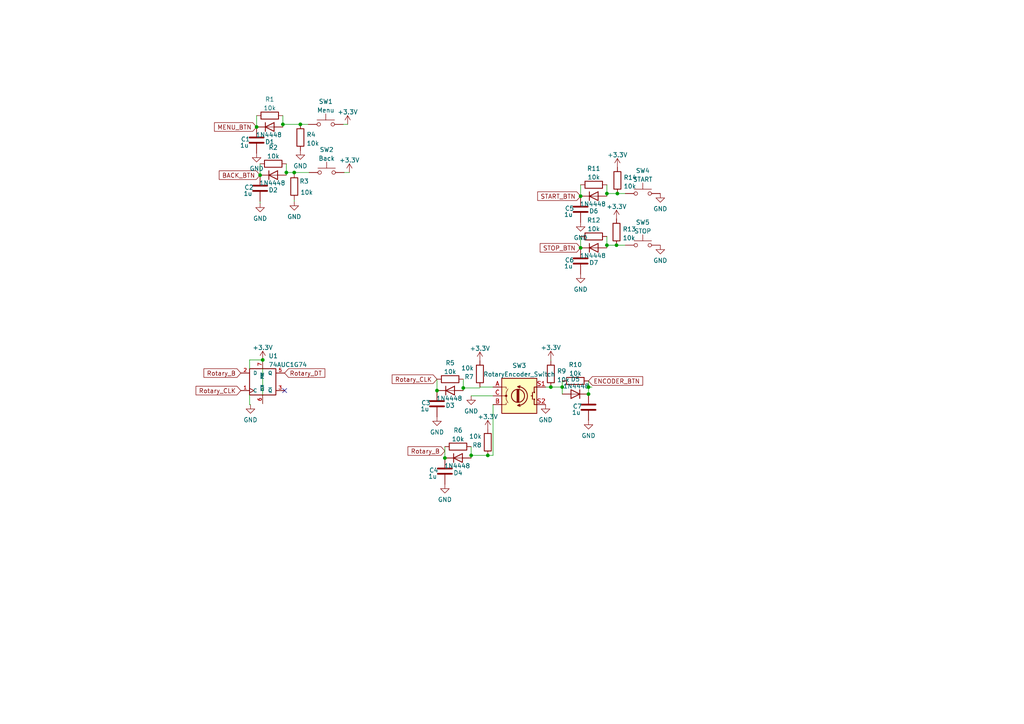
<source format=kicad_sch>
(kicad_sch (version 20211123) (generator eeschema)
  (paper "A4")
  (lib_symbols
    (symbol "74xGxx:74AUC1G74" (pin_names (offset 1.016))
      (property "Reference" "U" (at -2.54 5.08 0))
      (property "Value" "74AUC1G74" (at 5.08 -5.08 0))
      (symbol "74AUC1G74_0_1"
        (rectangle (start -3.81 3.81) (end 3.81 -3.81) (stroke (width 0.254)))
      )
      (symbol "74AUC1G74_1_1"
        (pin input clock (at -6.35 -2.54 0) (length 2.54) (name "C") (number "1"))
        (pin input line (at -6.35 2.54 0) (length 2.54) (name "D") (number "2"))
        (pin output line (at 6.35 -2.54 180) (length 2.54) (name "~{Q}") (number "3"))
        (pin power_in line (at -3.81 -3.81 270) (length 0) hide (name "GND") (number "4"))
        (pin output line (at 6.35 2.54 180) (length 2.54) (name "Q") (number "5"))
        (pin input line (at 0 -6.35 90) (length 2.54) (name "~{CLR}") (number "6"))
        (pin input line (at 0 6.35 270) (length 2.54) (name "~{PRE}") (number "7"))
        (pin power_in line (at -3.81 3.81 90) (length 0) hide (name "VCC") (number "8"))
      )
    )
    (symbol "Device:C" (pin_numbers hide) (pin_names (offset 0.254))
      (property "Reference" "C" (at 0.635 2.54 0))
      (property "Value" "C" (at 0.635 -2.54 0))
      (symbol "C_0_1"
        (polyline (pts (xy -2.032 -0.762) (xy 2.032 -0.762)) (stroke (width 0.508)))
        (polyline (pts (xy -2.032 0.762) (xy 2.032 0.762)) (stroke (width 0.508)))
      )
      (symbol "C_1_1"
        (pin passive line (at 0 3.81 270) (length 2.794) (name "~") (number "1"))
        (pin passive line (at 0 -3.81 90) (length 2.794) (name "~") (number "2"))
      )
    )
    (symbol "Device:R" (pin_numbers hide) (pin_names (offset 0))
      (property "Reference" "R" (at 2.032 0 90))
      (property "Value" "R" (at 0 0 90))
      (symbol "R_0_1"
        (rectangle (start -1.016 -2.54) (end 1.016 2.54) (stroke (width 0.254)))
      )
      (symbol "R_1_1"
        (pin passive line (at 0 3.81 270) (length 1.27) (name "~") (number "1"))
        (pin passive line (at 0 -3.81 90) (length 1.27) (name "~") (number "2"))
      )
    )
    (symbol "Device:RotaryEncoder_Switch" (pin_names (offset 0.254) hide)
      (property "Reference" "SW" (at 0 6.604 0))
      (property "Value" "RotaryEncoder_Switch" (at 0 -6.604 0))
      (symbol "RotaryEncoder_Switch_0_1"
        (rectangle (start -5.08 5.08) (end 5.08 -5.08) (stroke (width 0.254)) (fill (type background)))
        (circle (center -3.81 0) (radius 0.254) (fill (type outline)))
        (arc (start -0.381 -2.794) (mid 2.3622 -0.0508) (end -0.381 2.667) (stroke (width 0.254)))
        (circle (center -0.381 0) (radius 1.905) (stroke (width 0.254)))
        (polyline (pts (xy -0.635 -1.778) (xy -0.635 1.778)) (stroke (width 0.254)))
        (polyline (pts (xy -0.381 -1.778) (xy -0.381 1.778)) (stroke (width 0.254)))
        (polyline (pts (xy -0.127 1.778) (xy -0.127 -1.778)) (stroke (width 0.254)))
        (polyline (pts (xy 3.81 0) (xy 3.429 0)) (stroke (width 0.254)))
        (polyline (pts (xy 3.81 1.016) (xy 3.81 -1.016)) (stroke (width 0.254)))
        (polyline (pts (xy -5.08 -2.54) (xy -3.81 -2.54) (xy -3.81 -2.032)))
        (polyline (pts (xy -5.08 2.54) (xy -3.81 2.54) (xy -3.81 2.032)))
        (polyline (pts (xy 0.254 -3.048) (xy -0.508 -2.794) (xy 0.127 -2.413)) (stroke (width 0.254)))
        (polyline (pts (xy 0.254 2.921) (xy -0.508 2.667) (xy 0.127 2.286)) (stroke (width 0.254)))
        (polyline (pts (xy 5.08 -2.54) (xy 4.318 -2.54) (xy 4.318 -1.016)) (stroke (width 0.254)))
        (polyline (pts (xy 5.08 2.54) (xy 4.318 2.54) (xy 4.318 1.016)) (stroke (width 0.254)))
        (polyline (pts (xy -5.08 0) (xy -3.81 0) (xy -3.81 -1.016) (xy -3.302 -2.032)))
        (polyline (pts (xy -4.318 0) (xy -3.81 0) (xy -3.81 1.016) (xy -3.302 2.032)))
        (circle (center 4.318 -1.016) (radius 0.127) (stroke (width 0.254)))
        (circle (center 4.318 1.016) (radius 0.127) (stroke (width 0.254)))
      )
      (symbol "RotaryEncoder_Switch_1_1"
        (pin passive line (at -7.62 2.54 0) (length 2.54) (name "A") (number "A"))
        (pin passive line (at -7.62 -2.54 0) (length 2.54) (name "B") (number "B"))
        (pin passive line (at -7.62 0 0) (length 2.54) (name "C") (number "C"))
        (pin passive line (at 7.62 2.54 180) (length 2.54) (name "S1") (number "S1"))
        (pin passive line (at 7.62 -2.54 180) (length 2.54) (name "S2") (number "S2"))
      )
    )
    (symbol "Diode:1N4448" (pin_numbers hide) (pin_names (offset 1.016) hide)
      (property "Reference" "D" (at 0 2.54 0))
      (property "Value" "1N4448" (at 0 -2.54 0))
      (symbol "1N4448_0_1"
        (polyline (pts (xy -1.27 1.27) (xy -1.27 -1.27)) (stroke (width 0.254)))
        (polyline (pts (xy 1.27 0) (xy -1.27 0)))
        (polyline (pts (xy 1.27 1.27) (xy 1.27 -1.27) (xy -1.27 0) (xy 1.27 1.27)) (stroke (width 0.254)))
      )
      (symbol "1N4448_1_1"
        (pin passive line (at -3.81 0 0) (length 2.54) (name "K") (number "1"))
        (pin passive line (at 3.81 0 180) (length 2.54) (name "A") (number "2"))
      )
    )
    (symbol "Switch:SW_Push" (pin_numbers hide) (pin_names (offset 1.016) hide)
      (property "Reference" "SW" (at 1.27 2.54 0))
      (property "Value" "SW_Push" (at 0 -1.524 0))
      (symbol "SW_Push_0_1"
        (circle (center -2.032 0) (radius 0.508))
        (polyline (pts (xy 0 1.27) (xy 0 3.048)))
        (polyline (pts (xy 2.54 1.27) (xy -2.54 1.27)))
        (circle (center 2.032 0) (radius 0.508))
        (pin passive line (at -5.08 0 0) (length 2.54) (name "1") (number "1"))
        (pin passive line (at 5.08 0 180) (length 2.54) (name "2") (number "2"))
      )
    )
    (symbol "power:+3.3V" (power) (pin_names (offset 0))
      (property "Value" "+3.3V" (at 0 3.556 0))
      (symbol "+3.3V_0_1"
        (polyline (pts (xy -0.762 1.27) (xy 0 2.54)))
        (polyline (pts (xy 0 0) (xy 0 2.54)))
        (polyline (pts (xy 0 2.54) (xy 0.762 1.27)))
      )
      (symbol "+3.3V_1_1"
        (pin power_in line (at 0 0 90) (length 0) hide (name "+3.3V") (number "1"))
      )
    )
    (symbol "power:GND" (power) (pin_names (offset 0))
      (property "Value" "GND" (at 0 -3.81 0))
      (symbol "GND_0_1"
        (polyline (pts (xy 0 0) (xy 0 -1.27) (xy 1.27 -1.27) (xy 0 -2.54) (xy -1.27 -1.27) (xy 0 -1.27)))
      )
      (symbol "GND_1_1"
        (pin power_in line (at 0 0 270) (length 0) hide (name "GND") (number "1"))
      )
    )
  )
  (junction (at 168.402 71.882))
  (junction (at 179.07 56.134))
  (junction (at 87.122 36.068))
  (junction (at 163.068 112.268))
  (junction (at 176.022 56.134))
  (junction (at 168.402 56.896))
  (junction (at 126.746 113.284))
  (junction (at 129.032 132.842))
  (junction (at 178.816 71.12))
  (junction (at 83.058 50.038))
  (junction (at 82.042 36.068))
  (junction (at 76.2 104.394))
  (junction (at 170.688 112.268))
  (junction (at 75.438 50.8))
  (junction (at 134.366 112.522))
  (junction (at 85.344 50.038))
  (junction (at 176.022 71.12))
  (junction (at 159.766 112.268))
  (junction (at 74.422 36.83))
  (junction (at 136.652 132.08))
  (junction (at 170.688 114.3))
  (junction (at 141.478 132.08))
  (no_connect (at 82.55 113.284))
  (wire (pts (xy 136.652 129.54) (xy 136.652 132.08)))
  (wire (pts (xy 74.422 33.528) (xy 74.422 36.83)))
  (wire (pts (xy 158.242 112.268) (xy 159.766 112.268)))
  (wire (pts (xy 136.652 132.08) (xy 141.478 132.08)))
  (wire (pts (xy 82.042 36.068) (xy 87.122 36.068)))
  (wire (pts (xy 176.022 68.58) (xy 176.022 71.12)))
  (wire (pts (xy 134.366 113.284) (xy 134.366 112.522)))
  (wire (pts (xy 168.402 53.594) (xy 168.402 56.896)))
  (wire (pts (xy 176.022 56.896) (xy 176.022 56.134)))
  (wire (pts (xy 75.438 58.42) (xy 75.438 58.928)))
  (wire (pts (xy 163.068 112.268) (xy 163.068 114.3)))
  (wire (pts (xy 72.39 117.348) (xy 72.39 114.554)))
  (wire (pts (xy 134.366 112.522) (xy 139.192 112.522)))
  (wire (pts (xy 176.022 71.882) (xy 176.022 71.12)))
  (wire (pts (xy 136.652 132.842) (xy 136.652 132.08)))
  (wire (pts (xy 82.042 33.528) (xy 82.042 36.068)))
  (wire (pts (xy 72.39 104.394) (xy 76.2 104.394)))
  (wire (pts (xy 141.478 132.08) (xy 143.002 132.08)))
  (wire (pts (xy 168.402 68.58) (xy 168.402 71.882)))
  (wire (pts (xy 75.438 47.498) (xy 75.438 50.8)))
  (wire (pts (xy 83.058 47.498) (xy 83.058 50.038)))
  (wire (pts (xy 176.022 71.12) (xy 178.816 71.12)))
  (wire (pts (xy 83.058 50.038) (xy 85.344 50.038)))
  (wire (pts (xy 85.344 50.038) (xy 85.344 50.292)))
  (wire (pts (xy 100.838 36.068) (xy 99.568 36.068)))
  (wire (pts (xy 159.766 104.648) (xy 159.766 104.394)))
  (wire (pts (xy 170.688 112.268) (xy 171.704 112.268)))
  (wire (pts (xy 99.822 50.038) (xy 101.346 50.038)))
  (wire (pts (xy 163.068 110.49) (xy 163.068 112.268)))
  (wire (pts (xy 129.032 129.54) (xy 129.032 132.842)))
  (wire (pts (xy 72.39 106.934) (xy 72.39 104.394)))
  (wire (pts (xy 126.746 109.982) (xy 126.746 113.284)))
  (wire (pts (xy 85.344 57.912) (xy 85.344 58.42)))
  (wire (pts (xy 134.366 109.982) (xy 134.366 112.522)))
  (wire (pts (xy 159.766 112.268) (xy 163.068 112.268)))
  (wire (pts (xy 87.122 36.068) (xy 89.408 36.068)))
  (wire (pts (xy 176.022 56.134) (xy 179.07 56.134)))
  (wire (pts (xy 82.042 36.83) (xy 82.042 36.068)))
  (wire (pts (xy 170.688 110.49) (xy 170.688 112.268)))
  (wire (pts (xy 85.344 50.038) (xy 89.662 50.038)))
  (wire (pts (xy 176.022 53.594) (xy 176.022 56.134)))
  (wire (pts (xy 178.816 71.12) (xy 181.356 71.12)))
  (wire (pts (xy 76.2 104.394) (xy 76.2 117.094)))
  (wire (pts (xy 72.644 117.348) (xy 72.39 117.348)))
  (wire (pts (xy 143.002 117.348) (xy 143.002 132.08)))
  (wire (pts (xy 83.058 50.8) (xy 83.058 50.038)))
  (wire (pts (xy 139.192 112.268) (xy 143.002 112.268)))
  (wire (pts (xy 179.07 56.134) (xy 181.356 56.134)))
  (wire (pts (xy 170.688 112.268) (xy 170.688 114.3)))
  (wire (pts (xy 143.002 114.808) (xy 136.652 114.808)))
  (global_label "Rotary_DT" (shape input) (at 82.55 108.204 0) (property "Intersheet-verwijzingen" "${INTERSHEET_REFS}" (effects hide)))
  (global_label "BACK_BTN" (shape input) (at 75.438 50.8 180) (property "Intersheet-verwijzingen" "${INTERSHEET_REFS}" (effects hide)))
  (global_label "MENU_BTN" (shape input) (at 74.422 36.83 180) (property "Intersheet-verwijzingen" "${INTERSHEET_REFS}" (effects hide)))
  (global_label "Rotary_B" (shape input) (at 69.85 108.204 180) (property "Intersheet-verwijzingen" "${INTERSHEET_REFS}" (effects hide)))
  (global_label "Rotary_CLK" (shape input) (at 69.85 113.284 180) (property "Intersheet-verwijzingen" "${INTERSHEET_REFS}" (effects hide)))
  (global_label "ENCODER_BTN" (shape input) (at 170.688 110.49 0) (property "Intersheet-verwijzingen" "${INTERSHEET_REFS}" (effects hide)))
  (global_label "STOP_BTN" (shape input) (at 168.402 71.882 180) (property "Intersheet-verwijzingen" "${INTERSHEET_REFS}" (effects hide)))
  (global_label "Rotary_B" (shape input) (at 129.032 130.81 180) (property "Intersheet-verwijzingen" "${INTERSHEET_REFS}" (effects hide)))
  (global_label "Rotary_CLK" (shape input) (at 126.746 109.982 180) (property "Intersheet-verwijzingen" "${INTERSHEET_REFS}" (effects hide)))
  (global_label "START_BTN" (shape input) (at 168.402 56.896 180) (property "Intersheet-verwijzingen" "${INTERSHEET_REFS}" (effects hide)))
  (symbol (lib_id "power:+3.3V") (at 100.838 36.068 0) (unit 1)
    (property "Reference" "#PWR07" (effects hide))
    (property "Value" "+3.3V" (at 100.838 32.4922 0))
  )
  (symbol (lib_id "Device:C") (at 170.688 118.11 0) (unit 1)
    (property "Reference" "C7" (at 166.116 117.856 0) (effects (justify left)))
    (property "Value" "1u" (at 165.862 119.634 0) (effects (justify left)))
    (property "Footprint" "Capacitor_SMD:C_0603_1608Metric_Pad1.08x0.95mm_HandSolder" (effects hide))
  )
  (symbol (lib_id "power:GND") (at 136.652 114.808 0) (unit 1)
    (property "Reference" "#PWR011" (effects hide))
    (property "Value" "GND" (at 136.652 119.2514 0))
  )
  (symbol (lib_id "Device:R") (at 132.842 129.54 270) (unit 1)
    (property "Reference" "R6" (at 132.842 124.8242 90))
    (property "Value" "10k" (at 132.842 127.3611 90))
    (property "Footprint" "Resistor_SMD:R_0603_1608Metric_Pad0.98x0.95mm_HandSolder" (effects hide))
  )
  (symbol (lib_id "power:GND") (at 168.402 64.516 0) (unit 1)
    (property "Reference" "#PWR016" (effects hide))
    (property "Value" "GND" (at 168.402 68.9594 0))
  )
  (symbol (lib_id "Device:C") (at 168.402 75.692 0) (unit 1)
    (property "Reference" "C6" (at 163.83 75.438 0) (effects (justify left)))
    (property "Value" "1u" (at 163.576 77.216 0) (effects (justify left)))
    (property "Footprint" "Capacitor_SMD:C_0603_1608Metric_Pad1.08x0.95mm_HandSolder" (effects hide))
  )
  (symbol (lib_id "Device:C") (at 75.438 54.61 0) (unit 1)
    (property "Reference" "C2" (at 70.866 54.356 0) (effects (justify left)))
    (property "Value" "1u" (at 70.612 56.134 0) (effects (justify left)))
    (property "Footprint" "Capacitor_SMD:C_0603_1608Metric_Pad1.08x0.95mm_HandSolder" (effects hide))
  )
  (symbol (lib_id "power:GND") (at 191.516 71.12 0) (unit 1)
    (property "Reference" "#PWR022" (effects hide))
    (property "Value" "GND" (at 191.516 75.5634 0))
  )
  (symbol (lib_id "power:GND") (at 85.344 58.42 0) (unit 1)
    (property "Reference" "#PWR05" (effects hide))
    (property "Value" "GND" (at 85.344 62.8634 0))
  )
  (symbol (lib_id "power:+3.3V") (at 179.07 48.514 0) (unit 1)
    (property "Reference" "#PWR020" (effects hide))
    (property "Value" "+3.3V" (at 179.07 44.9382 0))
  )
  (symbol (lib_id "Device:C") (at 126.746 117.094 0) (unit 1)
    (property "Reference" "C3" (at 122.174 116.84 0) (effects (justify left)))
    (property "Value" "1u" (at 121.92 118.618 0) (effects (justify left)))
    (property "Footprint" "Capacitor_SMD:C_0603_1608Metric_Pad1.08x0.95mm_HandSolder" (effects hide))
  )
  (symbol (lib_id "power:+3.3V") (at 159.766 104.394 0) (unit 1)
    (property "Reference" "#PWR015" (effects hide))
    (property "Value" "+3.3V" (at 159.766 100.8182 0))
  )
  (symbol (lib_id "power:GND") (at 168.402 79.502 0) (unit 1)
    (property "Reference" "#PWR017" (effects hide))
    (property "Value" "GND" (at 168.402 83.9454 0))
  )
  (symbol (lib_id "Diode:1N4448") (at 172.212 71.882 0) (unit 1)
    (property "Reference" "D7" (at 172.212 76.2 0))
    (property "Value" "1N4448" (at 171.958 74.168 0))
    (property "Footprint" "Diode_THT:D_DO-35_SOD27_P7.62mm_Horizontal" (effects hide))
    (property "Datasheet" "https://assets.nexperia.com/documents/data-sheet/1N4148_1N4448.pdf" (effects hide))
  )
  (symbol (lib_id "Diode:1N4448") (at 130.556 113.284 0) (unit 1)
    (property "Reference" "D3" (at 130.556 117.602 0))
    (property "Value" "1N4448" (at 130.302 115.57 0))
    (property "Footprint" "Diode_THT:D_DO-35_SOD27_P7.62mm_Horizontal" (effects hide))
    (property "Datasheet" "https://assets.nexperia.com/documents/data-sheet/1N4148_1N4448.pdf" (effects hide))
  )
  (symbol (lib_id "Switch:SW_Push") (at 94.488 36.068 0) (unit 1)
    (property "Reference" "SW1" (at 94.488 29.4472 0))
    (property "Value" "Menu" (at 94.488 31.9841 0))
    (property "Footprint" "Button_Switch_SMD:SW_SPST_B3S-1000" (effects hide))
  )
  (symbol (lib_id "Device:R") (at 172.212 68.58 270) (unit 1)
    (property "Reference" "R12" (at 172.212 63.8642 90))
    (property "Value" "10k" (at 172.212 66.4011 90))
    (property "Footprint" "Resistor_SMD:R_0603_1608Metric_Pad0.98x0.95mm_HandSolder" (effects hide))
  )
  (symbol (lib_id "Switch:SW_Push") (at 186.436 71.12 0) (unit 1)
    (property "Reference" "SW5" (at 186.436 64.4992 0))
    (property "Value" "STOP" (at 186.436 67.0361 0))
    (property "Footprint" "Button_Switch_SMD:SW_SPST_B3S-1000" (effects hide))
  )
  (symbol (lib_id "Device:R") (at 159.766 108.458 0) (unit 1)
    (property "Reference" "R9" (at 161.544 107.6233 0) (effects (justify left)))
    (property "Value" "10k" (at 161.544 110.1602 0) (effects (justify left)))
    (property "Footprint" "Resistor_SMD:R_0603_1608Metric_Pad0.98x0.95mm_HandSolder" (effects hide))
  )
  (symbol (lib_id "Device:R") (at 85.344 54.102 0) (unit 1)
    (property "Reference" "R3" (at 86.868 52.578 0) (effects (justify left)))
    (property "Value" "10k" (at 87.122 55.8042 0) (effects (justify left)))
    (property "Footprint" "Resistor_SMD:R_0603_1608Metric_Pad0.98x0.95mm_HandSolder" (effects hide))
  )
  (symbol (lib_id "power:+3.3V") (at 101.346 50.038 0) (unit 1)
    (property "Reference" "#PWR08" (effects hide))
    (property "Value" "+3.3V" (at 101.346 46.4622 0))
  )
  (symbol (lib_id "Diode:1N4448") (at 172.212 56.896 0) (unit 1)
    (property "Reference" "D6" (at 172.212 61.214 0))
    (property "Value" "1N4448" (at 171.958 59.182 0))
    (property "Footprint" "Diode_THT:D_DO-35_SOD27_P7.62mm_Horizontal" (effects hide))
    (property "Datasheet" "https://assets.nexperia.com/documents/data-sheet/1N4148_1N4448.pdf" (effects hide))
  )
  (symbol (lib_id "Device:RotaryEncoder_Switch") (at 150.622 114.808 0) (unit 1)
    (property "Reference" "SW3" (at 150.622 106.0282 0))
    (property "Value" "RotaryEncoder_Switch" (at 150.622 108.5651 0))
    (property "Footprint" "Rotary_Encoder:RotaryEncoder_Alps_EC11E-Switch_Vertical_H20mm_CircularMountingHoles" (effects hide))
  )
  (symbol (lib_id "power:GND") (at 87.122 43.688 0) (unit 1)
    (property "Reference" "#PWR06" (effects hide))
    (property "Value" "GND" (at 87.122 48.1314 0))
  )
  (symbol (lib_id "Device:R") (at 166.878 110.49 270) (unit 1)
    (property "Reference" "R10" (at 166.878 105.7742 90))
    (property "Value" "10k" (at 166.878 108.3111 90))
    (property "Footprint" "Resistor_SMD:R_0603_1608Metric_Pad0.98x0.95mm_HandSolder" (effects hide))
  )
  (symbol (lib_id "Diode:1N4448") (at 79.248 50.8 0) (unit 1)
    (property "Reference" "D2" (at 79.248 55.118 0))
    (property "Value" "1N4448" (at 78.994 53.086 0))
    (property "Footprint" "Diode_THT:D_DO-35_SOD27_P7.62mm_Horizontal" (effects hide))
    (property "Datasheet" "https://assets.nexperia.com/documents/data-sheet/1N4148_1N4448.pdf" (effects hide))
  )
  (symbol (lib_id "power:+3.3V") (at 139.192 104.648 0) (unit 1)
    (property "Reference" "#PWR012" (effects hide))
    (property "Value" "+3.3V" (at 139.192 101.0722 0))
  )
  (symbol (lib_id "Device:R") (at 141.478 128.27 180) (unit 1)
    (property "Reference" "R8" (at 139.7 129.1047 0) (effects (justify left)))
    (property "Value" "10k" (at 139.7 126.5678 0) (effects (justify left)))
    (property "Footprint" "Resistor_SMD:R_0603_1608Metric_Pad0.98x0.95mm_HandSolder" (effects hide))
  )
  (symbol (lib_id "Device:R") (at 139.192 108.458 180) (unit 1)
    (property "Reference" "R7" (at 137.414 109.2927 0) (effects (justify left)))
    (property "Value" "10k" (at 137.414 106.7558 0) (effects (justify left)))
    (property "Footprint" "Resistor_SMD:R_0603_1608Metric_Pad0.98x0.95mm_HandSolder" (effects hide))
  )
  (symbol (lib_id "Diode:1N4448") (at 132.842 132.842 0) (unit 1)
    (property "Reference" "D4" (at 132.842 137.16 0))
    (property "Value" "1N4448" (at 132.588 135.128 0))
    (property "Footprint" "Diode_THT:D_DO-35_SOD27_P7.62mm_Horizontal" (effects hide))
    (property "Datasheet" "https://assets.nexperia.com/documents/data-sheet/1N4148_1N4448.pdf" (effects hide))
  )
  (symbol (lib_id "power:+3.3V") (at 141.478 124.46 0) (unit 1)
    (property "Reference" "#PWR013" (effects hide))
    (property "Value" "+3.3V" (at 141.478 120.8842 0))
  )
  (symbol (lib_id "Device:R") (at 79.248 47.498 270) (unit 1)
    (property "Reference" "R2" (at 79.248 42.7822 90))
    (property "Value" "10k" (at 79.248 45.3191 90))
    (property "Footprint" "Resistor_SMD:R_0603_1608Metric_Pad0.98x0.95mm_HandSolder" (effects hide))
  )
  (symbol (lib_id "power:GND") (at 72.644 117.348 0) (unit 1)
    (property "Reference" "#PWR01" (effects hide))
    (property "Value" "GND" (at 72.644 121.7914 0))
  )
  (symbol (lib_id "power:GND") (at 75.438 58.928 0) (unit 1)
    (property "Reference" "#PWR03" (effects hide))
    (property "Value" "GND" (at 75.438 63.3714 0))
  )
  (symbol (lib_id "Switch:SW_Push") (at 186.436 56.134 0) (unit 1)
    (property "Reference" "SW4" (at 186.436 49.5132 0))
    (property "Value" "START" (at 186.436 52.0501 0))
    (property "Footprint" "Button_Switch_SMD:SW_SPST_B3S-1000" (effects hide))
  )
  (symbol (lib_id "Device:R") (at 130.556 109.982 270) (unit 1)
    (property "Reference" "R5" (at 130.556 105.2662 90))
    (property "Value" "10k" (at 130.556 107.8031 90))
    (property "Footprint" "Resistor_SMD:R_0603_1608Metric_Pad0.98x0.95mm_HandSolder" (effects hide))
  )
  (symbol (lib_id "Device:R") (at 179.07 52.324 0) (unit 1)
    (property "Reference" "R14" (at 180.848 51.4893 0) (effects (justify left)))
    (property "Value" "10k" (at 180.848 54.0262 0) (effects (justify left)))
    (property "Footprint" "Resistor_SMD:R_0603_1608Metric_Pad0.98x0.95mm_HandSolder" (effects hide))
  )
  (symbol (lib_id "Device:R") (at 78.232 33.528 270) (unit 1)
    (property "Reference" "R1" (at 78.232 28.8122 90))
    (property "Value" "10k" (at 78.232 31.3491 90))
    (property "Footprint" "Resistor_SMD:R_0603_1608Metric_Pad0.98x0.95mm_HandSolder" (effects hide))
  )
  (symbol (lib_id "Device:C") (at 74.422 40.64 0) (unit 1)
    (property "Reference" "C1" (at 69.85 40.386 0) (effects (justify left)))
    (property "Value" "1u" (at 69.596 42.164 0) (effects (justify left)))
    (property "Footprint" "Capacitor_SMD:C_0603_1608Metric_Pad1.08x0.95mm_HandSolder" (effects hide))
  )
  (symbol (lib_id "power:+3.3V") (at 76.2 104.394 0) (unit 1)
    (property "Reference" "#PWR04" (effects hide))
    (property "Value" "+3.3V" (at 76.2 100.8182 0))
  )
  (symbol (lib_id "74xGxx:74AUC1G74") (at 76.2 110.744 0) (unit 1)
    (property "Reference" "U1" (at 77.8701 103.2342 0) (effects (justify left)))
    (property "Value" "74AUC1G74" (at 77.8701 105.7711 0) (effects (justify left)))
    (property "Footprint" "Package_SO:VSSOP-8_2.3x2mm_P0.5mm" (effects hide))
    (property "Datasheet" "http://www.ti.com/lit/sg/scyt129e/scyt129e.pdf" (effects hide))
  )
  (symbol (lib_id "Diode:1N4448") (at 78.232 36.83 0) (unit 1)
    (property "Reference" "D1" (at 78.232 41.148 0))
    (property "Value" "1N4448" (at 77.978 39.116 0))
    (property "Footprint" "Diode_THT:D_DO-35_SOD27_P7.62mm_Horizontal" (effects hide))
    (property "Datasheet" "https://assets.nexperia.com/documents/data-sheet/1N4148_1N4448.pdf" (effects hide))
  )
  (symbol (lib_id "power:GND") (at 129.032 140.462 0) (unit 1)
    (property "Reference" "#PWR010" (effects hide))
    (property "Value" "GND" (at 129.032 144.9054 0))
  )
  (symbol (lib_id "power:GND") (at 74.422 44.45 0) (unit 1)
    (property "Reference" "#PWR02" (effects hide))
    (property "Value" "GND" (at 74.422 48.8934 0))
  )
  (symbol (lib_id "Switch:SW_Push") (at 94.742 50.038 0) (unit 1)
    (property "Reference" "SW2" (at 94.742 43.4172 0))
    (property "Value" "Back" (at 94.742 45.9541 0))
    (property "Footprint" "Button_Switch_SMD:SW_SPST_B3S-1000" (effects hide))
  )
  (symbol (lib_id "power:GND") (at 191.516 56.134 0) (unit 1)
    (property "Reference" "#PWR021" (effects hide))
    (property "Value" "GND" (at 191.516 60.5774 0))
  )
  (symbol (lib_id "power:GND") (at 126.746 120.904 0) (unit 1)
    (property "Reference" "#PWR09" (effects hide))
    (property "Value" "GND" (at 126.746 125.3474 0))
  )
  (symbol (lib_id "power:GND") (at 158.242 117.348 0) (unit 1)
    (property "Reference" "#PWR014" (effects hide))
    (property "Value" "GND" (at 158.242 121.7914 0))
  )
  (symbol (lib_id "power:GND") (at 170.688 121.92 0) (unit 1)
    (property "Reference" "#PWR018" (effects hide))
    (property "Value" "GND" (at 170.688 126.3634 0))
  )
  (symbol (lib_id "Device:R") (at 178.816 67.31 0) (unit 1)
    (property "Reference" "R13" (at 180.594 66.4753 0) (effects (justify left)))
    (property "Value" "10k" (at 180.594 69.0122 0) (effects (justify left)))
    (property "Footprint" "Resistor_SMD:R_0603_1608Metric_Pad0.98x0.95mm_HandSolder" (effects hide))
  )
  (symbol (lib_id "Device:R") (at 87.122 39.878 0) (unit 1)
    (property "Reference" "R4" (at 88.9 39.0433 0) (effects (justify left)))
    (property "Value" "10k" (at 88.9 41.5802 0) (effects (justify left)))
    (property "Footprint" "Resistor_SMD:R_0603_1608Metric_Pad0.98x0.95mm_HandSolder" (effects hide))
  )
  (symbol (lib_id "Device:C") (at 129.032 136.652 0) (unit 1)
    (property "Reference" "C4" (at 124.46 136.398 0) (effects (justify left)))
    (property "Value" "1u" (at 124.206 138.176 0) (effects (justify left)))
    (property "Footprint" "Capacitor_SMD:C_0603_1608Metric_Pad1.08x0.95mm_HandSolder" (effects hide))
  )
  (symbol (lib_id "Device:R") (at 172.212 53.594 270) (unit 1)
    (property "Reference" "R11" (at 172.212 48.8782 90))
    (property "Value" "10k" (at 172.212 51.4151 90))
    (property "Footprint" "Resistor_SMD:R_0603_1608Metric_Pad0.98x0.95mm_HandSolder" (effects hide))
  )
  (symbol (lib_id "Diode:1N4448") (at 166.878 114.3 180) (unit 1)
    (property "Reference" "D5" (at 166.878 109.982 0))
    (property "Value" "1N4448" (at 167.132 112.014 0))
    (property "Footprint" "Diode_THT:D_DO-35_SOD27_P7.62mm_Horizontal" (effects hide))
    (property "Datasheet" "https://assets.nexperia.com/documents/data-sheet/1N4148_1N4448.pdf" (effects hide))
  )
  (symbol (lib_id "power:+3.3V") (at 178.816 63.5 0) (unit 1)
    (property "Reference" "#PWR019" (effects hide))
    (property "Value" "+3.3V" (at 178.816 59.9242 0))
  )
  (symbol (lib_id "Device:C") (at 168.402 60.706 0) (unit 1)
    (property "Reference" "C5" (at 163.83 60.452 0) (effects (justify left)))
    (property "Value" "1u" (at 163.576 62.23 0) (effects (justify left)))
    (property "Footprint" "Capacitor_SMD:C_0603_1608Metric_Pad1.08x0.95mm_HandSolder" (effects hide))
  )
)
</source>
